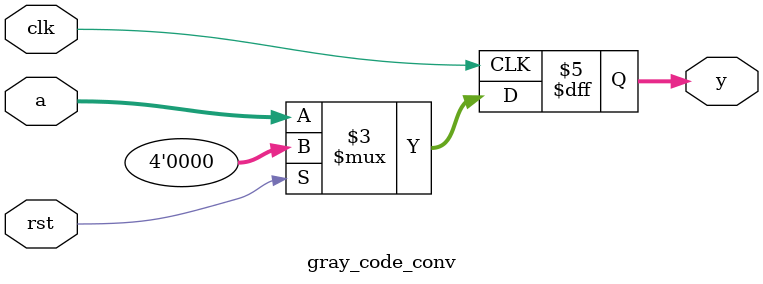
<source format=v>
/* 
 * Corevexis Semiconductor 
 * Example 51: GRAY CODE CONV 
 */

module gray_code_conv (
    input clk,
    input rst,
    input [3:0] a,
    output reg [3:0] y
);

always @(posedge clk) begin
    if(rst) y <= 4'b0;
    else y <= a; 
end

endmodule
</source>
